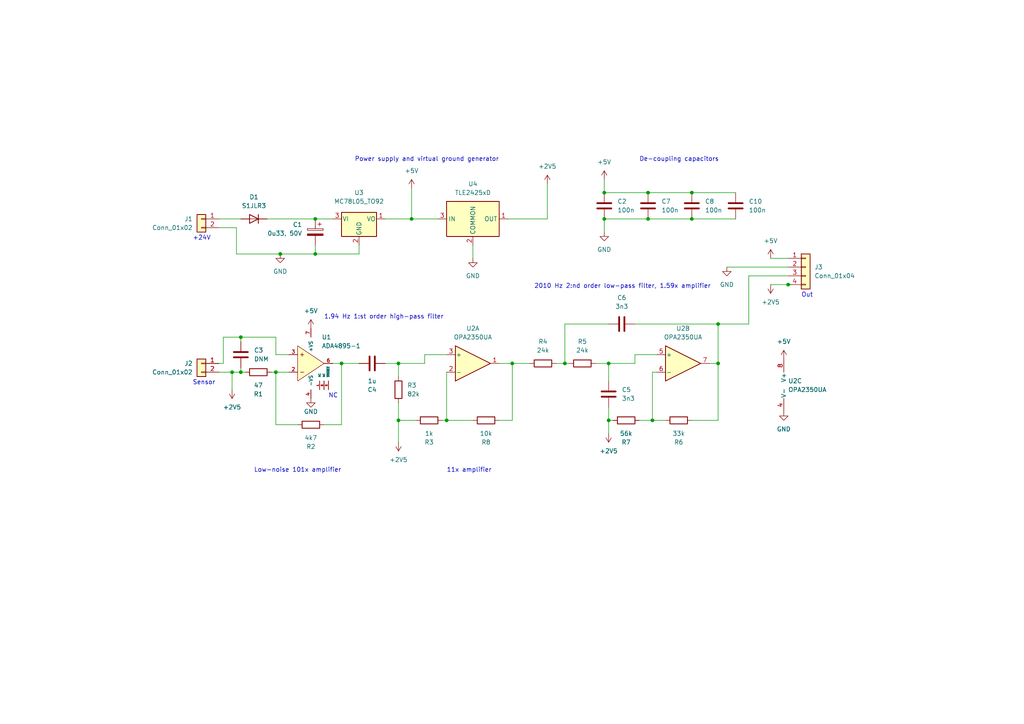
<source format=kicad_sch>
(kicad_sch (version 20211123) (generator eeschema)
  (paper "A4")
  (title_block (title "RMSensor with ADA4895 LNA") (date "2023-01-27") (rev "A") (comment 1 "Lomma Analog & RF Consulting"))
  (lib_symbols
    (symbol "Amplifier_Operational:OPA2356xxD" (pin_names (offset 0.127))
      (property "Reference" "U" (at 0 5.08 0))
      (property "Value" "OPA2356xxD" (at 0 -5.08 0))
      (symbol "OPA2356xxD_1_1"
        (polyline (pts (xy -5.08 5.08) (xy 5.08 0) (xy -5.08 -5.08) (xy -5.08 5.08)) (stroke (width 0.254)) (fill (type background)))
        (pin output line (at 7.62 0 180) (length 2.54) (name "~") (number "1"))
        (pin input line (at -7.62 -2.54 0) (length 2.54) (name "-") (number "2"))
        (pin input line (at -7.62 2.54 0) (length 2.54) (name "+") (number "3"))
      )
      (symbol "OPA2356xxD_2_1"
        (polyline (pts (xy -5.08 5.08) (xy 5.08 0) (xy -5.08 -5.08) (xy -5.08 5.08)) (stroke (width 0.254)) (fill (type background)))
        (pin input line (at -7.62 2.54 0) (length 2.54) (name "+") (number "5"))
        (pin input line (at -7.62 -2.54 0) (length 2.54) (name "-") (number "6"))
        (pin output line (at 7.62 0 180) (length 2.54) (name "~") (number "7"))
      )
      (symbol "OPA2356xxD_3_1"
        (pin power_in line (at -2.54 -7.62 90) (length 3.81) (name "V-") (number "4"))
        (pin power_in line (at -2.54 7.62 270) (length 3.81) (name "V+") (number "8"))
      )
    )
    (symbol "Connector_Generic:Conn_01x02" (pin_names (offset 1.016) hide)
      (property "Reference" "J" (at 0 2.54 0))
      (property "Value" "Conn_01x02" (at 0 -5.08 0))
      (symbol "Conn_01x02_1_1"
        (rectangle (start -1.27 -2.413) (end 0 -2.667) (stroke (width 0.1524)))
        (rectangle (start -1.27 0.127) (end 0 -0.127) (stroke (width 0.1524)))
        (rectangle (start -1.27 1.27) (end 1.27 -3.81) (stroke (width 0.254)) (fill (type background)))
        (pin passive line (at -5.08 0 0) (length 3.81) (name "Pin_1") (number "1"))
        (pin passive line (at -5.08 -2.54 0) (length 3.81) (name "Pin_2") (number "2"))
      )
    )
    (symbol "Connector_Generic:Conn_01x04" (pin_names (offset 1.016) hide)
      (property "Reference" "J" (at 0 5.08 0))
      (property "Value" "Conn_01x04" (at 0 -7.62 0))
      (symbol "Conn_01x04_1_1"
        (rectangle (start -1.27 -4.953) (end 0 -5.207) (stroke (width 0.1524)))
        (rectangle (start -1.27 -2.413) (end 0 -2.667) (stroke (width 0.1524)))
        (rectangle (start -1.27 0.127) (end 0 -0.127) (stroke (width 0.1524)))
        (rectangle (start -1.27 2.667) (end 0 2.413) (stroke (width 0.1524)))
        (rectangle (start -1.27 3.81) (end 1.27 -6.35) (stroke (width 0.254)) (fill (type background)))
        (pin passive line (at -5.08 2.54 0) (length 3.81) (name "Pin_1") (number "1"))
        (pin passive line (at -5.08 0 0) (length 3.81) (name "Pin_2") (number "2"))
        (pin passive line (at -5.08 -2.54 0) (length 3.81) (name "Pin_3") (number "3"))
        (pin passive line (at -5.08 -5.08 0) (length 3.81) (name "Pin_4") (number "4"))
      )
    )
    (symbol "Device:C" (pin_numbers hide) (pin_names (offset 0.254))
      (property "Reference" "C" (at 0.635 2.54 0))
      (property "Value" "C" (at 0.635 -2.54 0))
      (symbol "C_0_1"
        (polyline (pts (xy -2.032 -0.762) (xy 2.032 -0.762)) (stroke (width 0.508)))
        (polyline (pts (xy -2.032 0.762) (xy 2.032 0.762)) (stroke (width 0.508)))
      )
      (symbol "C_1_1"
        (pin passive line (at 0 3.81 270) (length 2.794) (name "~") (number "1"))
        (pin passive line (at 0 -3.81 90) (length 2.794) (name "~") (number "2"))
      )
    )
    (symbol "Device:C_Polarized" (pin_numbers hide) (pin_names (offset 0.254))
      (property "Reference" "C" (at 0.635 2.54 0))
      (property "Value" "C_Polarized" (at 0.635 -2.54 0))
      (symbol "C_Polarized_0_1"
        (rectangle (start -2.286 0.508) (end 2.286 1.016))
        (polyline (pts (xy -1.778 2.286) (xy -0.762 2.286)))
        (polyline (pts (xy -1.27 2.794) (xy -1.27 1.778)))
        (rectangle (start 2.286 -0.508) (end -2.286 -1.016) (fill (type outline)))
      )
      (symbol "C_Polarized_1_1"
        (pin passive line (at 0 3.81 270) (length 2.794) (name "~") (number "1"))
        (pin passive line (at 0 -3.81 90) (length 2.794) (name "~") (number "2"))
      )
    )
    (symbol "Device:R" (pin_numbers hide) (pin_names (offset 0))
      (property "Reference" "R" (at 2.032 0 90))
      (property "Value" "R" (at 0 0 90))
      (symbol "R_0_1"
        (rectangle (start -1.016 -2.54) (end 1.016 2.54) (stroke (width 0.254)))
      )
      (symbol "R_1_1"
        (pin passive line (at 0 3.81 270) (length 1.27) (name "~") (number "1"))
        (pin passive line (at 0 -3.81 90) (length 1.27) (name "~") (number "2"))
      )
    )
    (symbol "Diode:US1J" (pin_numbers hide) (pin_names hide)
      (property "Reference" "D" (at 0 2.54 0))
      (property "Value" "US1J" (at 0 -2.54 0))
      (symbol "US1J_0_1"
        (polyline (pts (xy -1.27 1.27) (xy -1.27 -1.27)) (stroke (width 0.254)))
        (polyline (pts (xy 1.27 0) (xy -1.27 0)))
        (polyline (pts (xy 1.27 1.27) (xy 1.27 -1.27) (xy -1.27 0) (xy 1.27 1.27)) (stroke (width 0.254)))
      )
      (symbol "US1J_1_1"
        (pin passive line (at -3.81 0 0) (length 2.54) (name "K") (number "1"))
        (pin passive line (at 3.81 0 180) (length 2.54) (name "A") (number "2"))
      )
    )
    (symbol "Reference_Voltage:TLE2425xD"
      (property "Reference" "U" (at -8.89 6.35 0))
      (property "Value" "TLE2425xD" (at 10.16 6.35 0))
      (symbol "TLE2425xD_0_1"
        (rectangle (start 7.62 -5.08) (end -7.62 5.08) (stroke (width 0.254)) (fill (type background)))
      )
      (symbol "TLE2425xD_1_1"
        (pin power_out line (at 10.16 0 180) (length 2.54) (name "OUT") (number "1"))
        (pin power_in line (at 0 -7.62 90) (length 2.54) (name "COMMON") (number "2"))
        (pin power_in line (at -10.16 0 0) (length 2.54) (name "IN") (number "3"))
        (pin no_connect line (at -7.62 -2.54 0) (length 2.54) hide (name "NC") (number "4"))
        (pin no_connect line (at -5.08 -5.08 90) (length 2.54) hide (name "NC") (number "5"))
        (pin no_connect line (at 7.62 2.54 180) (length 2.54) hide (name "NC") (number "6"))
        (pin no_connect line (at 7.62 -2.54 180) (length 2.54) hide (name "NC") (number "7"))
        (pin no_connect line (at -7.62 2.54 0) (length 2.54) hide (name "NC") (number "8"))
      )
    )
    (symbol "Regulator_Linear:MC78L05_TO92" (pin_names (offset 0.254))
      (property "Reference" "U" (at -3.81 3.175 0))
      (property "Value" "MC78L05_TO92" (at 0 3.175 0))
      (symbol "MC78L05_TO92_0_1"
        (rectangle (start -5.08 -5.08) (end 5.08 1.905) (stroke (width 0.254)) (fill (type background)))
      )
      (symbol "MC78L05_TO92_1_1"
        (pin power_out line (at 7.62 0 180) (length 2.54) (name "VO") (number "1"))
        (pin power_in line (at 0 -7.62 90) (length 2.54) (name "GND") (number "2"))
        (pin power_in line (at -7.62 0 0) (length 2.54) (name "VI") (number "3"))
      )
    )
    (symbol "eec:ADA4895-1ARZ" (pin_names (offset 1.016))
      (property "Reference" "U1" (at 19.6597 0 0))
      (property "Value" "ADA4895-1" (at 19.6597 -2.54 0))
      (symbol "ADA4895-1ARZ_0_1"
        (polyline (pts (xy 12.7 -2.54) (xy 20.32 -7.62) (xy 12.7 -12.7) (xy 12.7 -2.54)) (fill (type background)))
      )
      (symbol "ADA4895-1ARZ_1_1"
        (polyline (pts (xy -38.1 15.24) (xy -38.1 15.24)))
        (polyline (pts (xy 13.462 -10.16) (xy 14.478 -10.16)))
        (polyline (pts (xy 13.462 -5.08) (xy 14.224 -5.08)))
        (polyline (pts (xy 13.97 -4.572) (xy 13.97 -5.588)))
        (polyline (pts (xy 14.224 -5.08) (xy 14.478 -5.08)))
        (pin passive line (at 19.05 -15.24 90) (length 2.54) (name "NC") (number "1"))
        (pin input line (at 10.16 -10.16 0) (length 2.54) (name "-IN") (number "2"))
        (pin input line (at 10.16 -5.08 0) (length 2.54) (name "+IN") (number "3"))
        (pin power_in line (at 16.51 -17.78 90) (length 2.54) (name "-VS") (number "4"))
        (pin passive line (at 20.32 -15.24 90) (length 2.54) (name "NC") (number "5"))
        (pin output line (at 22.86 -7.62 180) (length 2.54) (name "OUT") (number "6"))
        (pin power_in line (at 16.51 2.54 270) (length 2.54) (name "+VS") (number "7"))
        (pin passive line (at 21.59 -15.24 90) (length 2.54) (name "~{DISABLE}") (number "8"))
      )
    )
    (symbol "power:+2V5" (power) (pin_names (offset 0))
      (property "Value" "+2V5" (at 0 3.556 0))
      (symbol "+2V5_0_1"
        (polyline (pts (xy -0.762 1.27) (xy 0 2.54)))
        (polyline (pts (xy 0 0) (xy 0 2.54)))
        (polyline (pts (xy 0 2.54) (xy 0.762 1.27)))
      )
      (symbol "+2V5_1_1"
        (pin power_in line (at 0 0 90) (length 0) hide (name "+2V5") (number "1"))
      )
    )
    (symbol "power:+5V" (power) (pin_names (offset 0))
      (property "Value" "+5V" (at 0 3.556 0))
      (symbol "+5V_0_1"
        (polyline (pts (xy -0.762 1.27) (xy 0 2.54)))
        (polyline (pts (xy 0 0) (xy 0 2.54)))
        (polyline (pts (xy 0 2.54) (xy 0.762 1.27)))
      )
      (symbol "+5V_1_1"
        (pin power_in line (at 0 0 90) (length 0) hide (name "+5V") (number "1"))
      )
    )
    (symbol "power:GND" (power) (pin_names (offset 0))
      (property "Value" "GND" (at 0 -3.81 0))
      (symbol "GND_0_1"
        (polyline (pts (xy 0 0) (xy 0 -1.27) (xy 1.27 -1.27) (xy 0 -2.54) (xy -1.27 -1.27) (xy 0 -1.27)))
      )
      (symbol "GND_1_1"
        (pin power_in line (at 0 0 270) (length 0) hide (name "GND") (number "1"))
      )
    )
  )
  (junction (at 91.44 73.66))
  (junction (at 163.83 105.41))
  (junction (at 189.23 121.92))
  (junction (at 99.06 105.41))
  (junction (at 200.66 63.5))
  (junction (at 91.44 63.5))
  (junction (at 115.57 105.41))
  (junction (at 176.53 121.92))
  (junction (at 228.6 82.55))
  (junction (at 129.54 121.92))
  (junction (at 69.85 97.79))
  (junction (at 176.53 105.41))
  (junction (at 208.28 93.98))
  (junction (at 115.57 121.92))
  (junction (at 175.26 55.88))
  (junction (at 175.26 63.5))
  (junction (at 148.59 105.41))
  (junction (at 69.85 107.95))
  (junction (at 67.31 107.95))
  (junction (at 81.28 73.66))
  (junction (at 119.38 63.5))
  (junction (at 208.28 105.41))
  (junction (at 200.66 55.88))
  (junction (at 187.96 63.5))
  (junction (at 80.01 107.95))
  (junction (at 187.96 55.88))
  (wire (pts (xy 99.06 105.41) (xy 99.06 123.19)))
  (wire (pts (xy 176.53 121.92) (xy 176.53 125.73)))
  (wire (pts (xy 210.82 77.47) (xy 228.6 77.47)))
  (wire (pts (xy 200.66 63.5) (xy 213.36 63.5)))
  (wire (pts (xy 67.31 107.95) (xy 69.85 107.95)))
  (wire (pts (xy 175.26 55.88) (xy 187.96 55.88)))
  (wire (pts (xy 91.44 73.66) (xy 104.14 73.66)))
  (wire (pts (xy 91.44 63.5) (xy 96.52 63.5)))
  (wire (pts (xy 115.57 116.84) (xy 115.57 121.92)))
  (wire (pts (xy 189.23 107.95) (xy 190.5 107.95)))
  (wire (pts (xy 205.74 105.41) (xy 208.28 105.41)))
  (wire (pts (xy 111.76 63.5) (xy 119.38 63.5)))
  (wire (pts (xy 67.31 113.03) (xy 67.31 107.95)))
  (wire (pts (xy 184.15 93.98) (xy 208.28 93.98)))
  (wire (pts (xy 208.28 93.98) (xy 208.28 105.41)))
  (wire (pts (xy 175.26 63.5) (xy 175.26 67.31)))
  (wire (pts (xy 69.85 99.06) (xy 69.85 97.79)))
  (wire (pts (xy 115.57 105.41) (xy 115.57 109.22)))
  (wire (pts (xy 128.27 121.92) (xy 129.54 121.92)))
  (wire (pts (xy 176.53 105.41) (xy 176.53 110.49)))
  (wire (pts (xy 119.38 63.5) (xy 127 63.5)))
  (wire (pts (xy 228.6 82.55) (xy 229.87 82.55)))
  (wire (pts (xy 223.52 74.93) (xy 228.6 74.93)))
  (wire (pts (xy 80.01 97.79) (xy 80.01 102.87)))
  (wire (pts (xy 93.98 123.19) (xy 99.06 123.19)))
  (wire (pts (xy 163.83 105.41) (xy 163.83 93.98)))
  (wire (pts (xy 80.01 107.95) (xy 83.82 107.95)))
  (wire (pts (xy 185.42 121.92) (xy 189.23 121.92)))
  (wire (pts (xy 217.17 80.01) (xy 228.6 80.01)))
  (wire (pts (xy 80.01 123.19) (xy 86.36 123.19)))
  (wire (pts (xy 115.57 121.92) (xy 120.65 121.92)))
  (wire (pts (xy 69.85 97.79) (xy 80.01 97.79)))
  (wire (pts (xy 77.47 63.5) (xy 91.44 63.5)))
  (wire (pts (xy 69.85 106.68) (xy 69.85 107.95)))
  (wire (pts (xy 123.19 102.87) (xy 123.19 105.41)))
  (wire (pts (xy 189.23 107.95) (xy 189.23 121.92)))
  (wire (pts (xy 68.58 73.66) (xy 68.58 66.04)))
  (wire (pts (xy 158.75 53.34) (xy 158.75 63.5)))
  (wire (pts (xy 137.16 71.12) (xy 137.16 74.93)))
  (wire (pts (xy 176.53 105.41) (xy 184.15 105.41)))
  (wire (pts (xy 115.57 121.92) (xy 115.57 128.27)))
  (wire (pts (xy 104.14 105.41) (xy 99.06 105.41)))
  (wire (pts (xy 80.01 102.87) (xy 83.82 102.87)))
  (wire (pts (xy 172.72 105.41) (xy 176.53 105.41)))
  (wire (pts (xy 184.15 102.87) (xy 190.5 102.87)))
  (wire (pts (xy 223.52 82.55) (xy 228.6 82.55)))
  (wire (pts (xy 189.23 121.92) (xy 193.04 121.92)))
  (wire (pts (xy 175.26 63.5) (xy 187.96 63.5)))
  (wire (pts (xy 184.15 105.41) (xy 184.15 102.87)))
  (wire (pts (xy 69.85 107.95) (xy 71.12 107.95)))
  (wire (pts (xy 208.28 93.98) (xy 217.17 93.98)))
  (wire (pts (xy 80.01 107.95) (xy 80.01 123.19)))
  (wire (pts (xy 63.5 107.95) (xy 67.31 107.95)))
  (wire (pts (xy 104.14 71.12) (xy 104.14 73.66)))
  (wire (pts (xy 161.29 105.41) (xy 163.83 105.41)))
  (wire (pts (xy 177.8 121.92) (xy 176.53 121.92)))
  (wire (pts (xy 200.66 55.88) (xy 213.36 55.88)))
  (wire (pts (xy 96.52 105.41) (xy 99.06 105.41)))
  (wire (pts (xy 91.44 73.66) (xy 81.28 73.66)))
  (wire (pts (xy 119.38 54.61) (xy 119.38 63.5)))
  (wire (pts (xy 163.83 105.41) (xy 165.1 105.41)))
  (wire (pts (xy 63.5 63.5) (xy 69.85 63.5)))
  (wire (pts (xy 129.54 121.92) (xy 137.16 121.92)))
  (wire (pts (xy 115.57 105.41) (xy 123.19 105.41)))
  (wire (pts (xy 208.28 121.92) (xy 200.66 121.92)))
  (wire (pts (xy 187.96 55.88) (xy 200.66 55.88)))
  (wire (pts (xy 64.77 97.79) (xy 64.77 105.41)))
  (wire (pts (xy 81.28 73.66) (xy 68.58 73.66)))
  (wire (pts (xy 187.96 63.5) (xy 200.66 63.5)))
  (wire (pts (xy 69.85 97.79) (xy 64.77 97.79)))
  (wire (pts (xy 111.76 105.41) (xy 115.57 105.41)))
  (wire (pts (xy 175.26 52.07) (xy 175.26 55.88)))
  (wire (pts (xy 68.58 66.04) (xy 63.5 66.04)))
  (wire (pts (xy 144.78 105.41) (xy 148.59 105.41)))
  (wire (pts (xy 158.75 63.5) (xy 147.32 63.5)))
  (wire (pts (xy 208.28 105.41) (xy 208.28 121.92)))
  (wire (pts (xy 91.44 73.66) (xy 91.44 71.12)))
  (wire (pts (xy 148.59 105.41) (xy 148.59 121.92)))
  (wire (pts (xy 148.59 105.41) (xy 153.67 105.41)))
  (wire (pts (xy 129.54 102.87) (xy 123.19 102.87)))
  (wire (pts (xy 78.74 107.95) (xy 80.01 107.95)))
  (wire (pts (xy 163.83 93.98) (xy 176.53 93.98)))
  (wire (pts (xy 63.5 105.41) (xy 64.77 105.41)))
  (wire (pts (xy 176.53 118.11) (xy 176.53 121.92)))
  (wire (pts (xy 217.17 93.98) (xy 217.17 80.01)))
  (wire (pts (xy 129.54 107.95) (xy 129.54 121.92)))
  (wire (pts (xy 148.59 121.92) (xy 144.78 121.92)))
  (text "1.94 Hz 1:st order high-pass filter" (at 93.98 92.71 0) (effects (font (size 1.27 1.27)) (justify left bottom)))
  (text "+24V" (at 55.88 69.85 0) (effects (font (size 1.27 1.27)) (justify left bottom)))
  (text "11x amplifier" (at 129.54 137.16 0) (effects (font (size 1.27 1.27)) (justify left bottom)))
  (text "NC" (at 95.25 115.57 0) (effects (font (size 1.27 1.27)) (justify left bottom)))
  (text "Low-noise 101x amplifier " (at 73.66 137.16 0) (effects (font (size 1.27 1.27)) (justify left bottom)))
  (text "Power supply and virtual ground generator" (at 102.87 46.99 0) (effects (font (size 1.27 1.27)) (justify left bottom)))
  (text "De-coupling capacitors" (at 185.42 46.99 0) (effects (font (size 1.27 1.27)) (justify left bottom)))
  (text "Out" (at 232.41 86.36 0) (effects (font (size 1.27 1.27)) (justify left bottom)))
  (text "2010 Hz 2:nd order low-pass filter, 1.59x amplifier" (at 154.94 83.82 0) (effects (font (size 1.27 1.27)) (justify left bottom)))
  (text "Sensor" (at 55.88 111.76 0) (effects (font (size 1.27 1.27)) (justify left bottom)))
  (symbol (lib_id "Connector_Generic:Conn_01x02") (at 58.42 63.5 0) (mirror y) (unit 1)
    (property "Reference" "J1" (at 55.88 63.4999 0) (effects (justify left)))
    (property "Value" "Conn_01x02" (at 55.88 66.0399 0) (effects (justify left)))
  )
  (symbol (lib_id "Device:R") (at 90.17 123.19 270) (unit 1)
    (property "Reference" "R2" (at 90.17 129.54 90))
    (property "Value" "4k7" (at 90.17 127 90))
  )
  (symbol (lib_id "Device:C_Polarized") (at 91.44 67.31 0) (mirror y) (unit 1)
    (property "Reference" "C1" (at 87.63 65.1509 0) (effects (justify left)))
    (property "Value" "0u33, 50V" (at 87.63 67.6909 0) (effects (justify left)))
  )
  (symbol (lib_id "Device:C") (at 107.95 105.41 270) (mirror x) (unit 1)
    (property "Reference" "C4" (at 107.95 113.03 90))
    (property "Value" "1u" (at 107.95 110.49 90))
  )
  (symbol (lib_id "Amplifier_Operational:OPA2356xxD") (at 137.16 105.41 0) (unit 1)
    (property "Reference" "U2" (at 137.16 95.25 0))
    (property "Value" "OPA2350UA" (at 137.16 97.79 0))
    (property "Datasheet" "http://www.ti.com/lit/ds/symlink/opa2356.pdf" (effects hide))
  )
  (symbol (lib_id "Diode:US1J") (at 73.66 63.5 0) (mirror y) (unit 1)
    (property "Reference" "D1" (at 73.66 57.15 0))
    (property "Value" "S1JLR3" (at 73.66 59.69 0))
    (property "Footprint" "Diode_SMD:D_SMA" (effects hide))
    (property "Datasheet" "https://www.diodes.com/assets/Datasheets/ds16008.pdf" (effects hide))
  )
  (symbol (lib_id "Device:R") (at 115.57 113.03 0) (unit 1)
    (property "Reference" "R3" (at 118.11 111.7599 0) (effects (justify left)))
    (property "Value" "82k" (at 118.11 114.2999 0) (effects (justify left)))
  )
  (symbol (lib_id "power:GND") (at 137.16 74.93 0) (unit 1)
    (property "Reference" "#PWR?" (effects hide))
    (property "Value" "GND" (at 137.16 80.01 0))
  )
  (symbol (lib_id "power:GND") (at 227.33 119.38 0) (unit 1)
    (property "Reference" "#PWR?" (effects hide))
    (property "Value" "GND" (at 227.33 124.46 0))
  )
  (symbol (lib_id "Device:R") (at 181.61 121.92 90) (unit 1)
    (property "Reference" "R7" (at 181.61 128.27 90))
    (property "Value" "56k" (at 181.61 125.73 90))
  )
  (symbol (lib_id "Device:C") (at 69.85 102.87 0) (unit 1)
    (property "Reference" "C3" (at 73.66 101.5999 0) (effects (justify left)))
    (property "Value" "DNM" (at 73.66 104.1399 0) (effects (justify left)))
  )
  (symbol (lib_id "Connector_Generic:Conn_01x04") (at 233.68 77.47 0) (unit 1)
    (property "Reference" "J3" (at 236.22 77.4699 0) (effects (justify left)))
    (property "Value" "Conn_01x04" (at 236.22 80.0099 0) (effects (justify left)))
  )
  (symbol (lib_id "Device:R") (at 196.85 121.92 90) (unit 1)
    (property "Reference" "R6" (at 196.85 128.27 90))
    (property "Value" "33k" (at 196.85 125.73 90))
  )
  (symbol (lib_id "power:+2V5") (at 158.75 53.34 0) (unit 1)
    (property "Reference" "#PWR?" (effects hide))
    (property "Value" "+2V5" (at 158.75 48.26 0))
  )
  (symbol (lib_id "Device:C") (at 213.36 59.69 0) (mirror y) (unit 1)
    (property "Reference" "C10" (at 217.17 58.4199 0) (effects (justify right)))
    (property "Value" "100n" (at 217.17 60.9599 0) (effects (justify right)))
  )
  (symbol (lib_id "Device:R") (at 168.91 105.41 270) (unit 1)
    (property "Reference" "R5" (at 168.91 99.06 90))
    (property "Value" "24k" (at 168.91 101.6 90))
  )
  (symbol (lib_id "power:GND") (at 90.17 115.57 0) (unit 1)
    (property "Reference" "#PWR?" (effects hide))
    (property "Value" "GND" (at 90.17 119.38 0))
  )
  (symbol (lib_id "Device:C") (at 176.53 114.3 0) (mirror y) (unit 1)
    (property "Reference" "C5" (at 180.34 113.0299 0) (effects (justify right)))
    (property "Value" "3n3" (at 180.34 115.5699 0) (effects (justify right)))
  )
  (symbol (lib_id "power:+2V5") (at 223.52 82.55 0) (mirror x) (unit 1)
    (property "Reference" "#PWR?" (effects hide))
    (property "Value" "+2V5" (at 223.52 87.63 0))
  )
  (symbol (lib_id "Device:R") (at 74.93 107.95 90) (unit 1)
    (property "Reference" "R1" (at 74.93 114.3 90))
    (property "Value" "47" (at 74.93 111.76 90))
  )
  (symbol (lib_id "power:+5V") (at 223.52 74.93 0) (unit 1)
    (property "Reference" "#PWR?" (effects hide))
    (property "Value" "+5V" (at 223.52 69.85 0))
  )
  (symbol (lib_id "power:+2V5") (at 67.31 113.03 0) (mirror x) (unit 1)
    (property "Reference" "#PWR?" (effects hide))
    (property "Value" "+2V5" (at 67.31 118.11 0))
  )
  (symbol (lib_id "power:+5V") (at 175.26 52.07 0) (unit 1)
    (property "Reference" "#PWR?" (effects hide))
    (property "Value" "+5V" (at 175.26 46.99 0))
  )
  (symbol (lib_id "Connector_Generic:Conn_01x02") (at 58.42 105.41 0) (mirror y) (unit 1)
    (property "Reference" "J2" (at 55.88 105.4099 0) (effects (justify left)))
    (property "Value" "Conn_01x02" (at 55.88 107.9499 0) (effects (justify left)))
  )
  (symbol (lib_id "power:GND") (at 81.28 73.66 0) (unit 1)
    (property "Reference" "#PWR?" (effects hide))
    (property "Value" "GND" (at 81.28 78.74 0))
  )
  (symbol (lib_id "power:+5V") (at 227.33 104.14 0) (unit 1)
    (property "Reference" "#PWR?" (effects hide))
    (property "Value" "+5V" (at 227.33 99.06 0))
  )
  (symbol (lib_id "power:GND") (at 175.26 67.31 0) (unit 1)
    (property "Reference" "#PWR?" (effects hide))
    (property "Value" "GND" (at 175.26 72.39 0))
  )
  (symbol (lib_id "Device:R") (at 140.97 121.92 90) (unit 1)
    (property "Reference" "R8" (at 140.97 128.27 90))
    (property "Value" "10k" (at 140.97 125.73 90))
  )
  (symbol (lib_id "power:GND") (at 210.82 77.47 0) (unit 1)
    (property "Reference" "#PWR?" (effects hide))
    (property "Value" "GND" (at 210.82 82.55 0))
  )
  (symbol (lib_id "power:+5V") (at 90.17 95.25 0) (unit 1)
    (property "Reference" "#PWR?" (effects hide))
    (property "Value" "+5V" (at 90.17 90.17 0))
  )
  (symbol (lib_id "power:+5V") (at 119.38 54.61 0) (unit 1)
    (property "Reference" "#PWR?" (effects hide))
    (property "Value" "+5V" (at 119.38 49.53 0))
  )
  (symbol (lib_id "power:+2V5") (at 115.57 128.27 0) (mirror x) (unit 1)
    (property "Reference" "#PWR?" (effects hide))
    (property "Value" "+2V5" (at 115.57 133.35 0))
  )
  (symbol (lib_id "Device:R") (at 157.48 105.41 270) (unit 1)
    (property "Reference" "R4" (at 157.48 99.06 90))
    (property "Value" "24k" (at 157.48 101.6 90))
  )
  (symbol (lib_id "Device:C") (at 180.34 93.98 270) (unit 1)
    (property "Reference" "C6" (at 180.34 86.36 90))
    (property "Value" "3n3" (at 180.34 88.9 90))
  )
  (symbol (lib_id "Device:C") (at 175.26 59.69 0) (mirror y) (unit 1)
    (property "Reference" "C2" (at 179.07 58.4199 0) (effects (justify right)))
    (property "Value" "100n" (at 179.07 60.9599 0) (effects (justify right)))
  )
  (symbol (lib_id "Reference_Voltage:TLE2425xD") (at 137.16 63.5 0) (unit 1)
    (property "Reference" "U4" (at 137.16 53.34 0))
    (property "Value" "TLE2425xD" (at 137.16 55.88 0))
    (property "Footprint" "Package_SO:SOIC-8_3.9x4.9mm_P1.27mm" (effects hide))
    (property "Datasheet" "http://www.ti.com/lit/ds/symlink/tle2425.pdf" (effects hide))
  )
  (symbol (lib_id "Device:R") (at 124.46 121.92 90) (mirror x) (unit 1)
    (property "Reference" "R3" (at 124.46 128.27 90))
    (property "Value" "1k" (at 124.46 125.73 90))
  )
  (symbol (lib_id "Device:C") (at 200.66 59.69 0) (mirror y) (unit 1)
    (property "Reference" "C8" (at 204.47 58.4199 0) (effects (justify right)))
    (property "Value" "100n" (at 204.47 60.9599 0) (effects (justify right)))
  )
  (symbol (lib_id "Regulator_Linear:MC78L05_TO92") (at 104.14 63.5 0) (unit 1)
    (property "Reference" "U3" (at 104.14 55.88 0))
    (property "Value" "MC78L05_TO92" (at 104.14 58.42 0))
    (property "Footprint" "Package_TO_SOT_THT:TO-92_Inline" (effects hide))
    (property "Datasheet" "https://www.onsemi.com/pub/Collateral/MC78L00A-D.PDF" (effects hide))
  )
  (symbol (lib_id "power:+2V5") (at 176.53 125.73 0) (mirror x) (unit 1)
    (property "Reference" "#PWR?" (effects hide))
    (property "Value" "+2V5" (at 176.53 130.81 0))
  )
  (symbol (lib_id "Amplifier_Operational:OPA2356xxD") (at 198.12 105.41 0) (unit 2)
    (property "Reference" "U2" (at 198.12 95.25 0))
    (property "Value" "OPA2350UA" (at 198.12 97.79 0))
    (property "Datasheet" "http://www.ti.com/lit/ds/symlink/opa2356.pdf" (effects hide))
  )
  (symbol (lib_id "Device:C") (at 187.96 59.69 0) (mirror y) (unit 1)
    (property "Reference" "C7" (at 191.8432 58.4199 0) (effects (justify right)))
    (property "Value" "100n" (at 191.8432 60.9599 0) (effects (justify right)))
  )
  (symbol (lib_id "eec:ADA4895-1ARZ") (at 73.66 97.79 0) (unit 1)
    (property "Reference" "U1" (at 93.3197 97.79 0) (effects (justify left)))
    (property "Value" "ADA4895-1" (at 93.3197 100.33 0) (effects (justify left)))
    (property "Footprint" "Analog_Devices-R-8-01_2007-A-*" (effects hide))
    (property "Datasheet" "https://www.analog.com/media/en/technical-documentation/data-sheets/ADA4895-1_4895-2.pdf" (effects hide))
    (property "automotive" "No" (effects hide))
    (property "bandwidth" "236MHz" (effects hide))
    (property "category" "IC" (effects hide))
    (property "device class L1" "Integrated Circuits (ICs)" (effects hide))
    (property "device class L2" "Linear ICs" (effects hide))
    (property "device class L3" "Amplifiers - Op Amps" (effects hide))
    (property "digikey description" "IC OPAMP GP 1 CIRCUIT 8SOIC" (effects hide))
    (property "digikey part number" "ADA4895-1ARZ-ND" (effects hide))
    (property "footprint url" "https://www.analog.com/media/en/package-pcb-resources/package/pkg_pdf/soic_narrow-r/r_8.pdf" (effects hide))
    (property "height" "1.75mm" (effects hide))
    (property "input bias current" "-11uA" (effects hide))
    (property "input offset voltage" "0.053mV" (effects hide))
    (property "lead free" "Yes" (effects hide))
    (property "library id" "0bdd839ef5a411be" (effects hide))
    (property "manufacturer" "Analog Devices" (effects hide))
    (property "max dual supply voltage" "5V" (effects hide))
    (property "max junction temp" "+150°C" (effects hide))
    (property "max supply voltage" "10V" (effects hide))
    (property "min dual supply voltage" "1.5V" (effects hide))
    (property "min supply voltage" "3V" (effects hide))
    (property "mouser description" "Operational Amplifier, Single, 236 MHz, 1, 943 V/ s, 3V to 10V, NSOIC, 8" (effects hide))
    (property "mouser part number" "584-ADA4895-1ARZ" (effects hide))
    (property "nominal supply current" "0.1-3mA" (effects hide))
    (property "number of channels" "1" (effects hide))
    (property "output current per channel" "116mA" (effects hide))
    (property "package" "SOIC8" (effects hide))
    (property "response time" "22ns" (effects hide))
    (property "rohs" "Yes" (effects hide))
    (property "standoff height" "0.1mm" (effects hide))
    (property "temperature range high" "+125°C" (effects hide))
    (property "temperature range low" "-40°C" (effects hide))
    (property "voltage gain" "110dB" (effects hide))
  )
  (symbol (lib_id "Amplifier_Operational:OPA2356xxD") (at 229.87 111.76 0) (unit 3)
    (property "Reference" "U2" (at 228.6 110.4899 0) (effects (justify left)))
    (property "Value" "OPA2350UA" (at 228.6 113.0299 0) (effects (justify left)))
    (property "Datasheet" "http://www.ti.com/lit/ds/symlink/opa2356.pdf" (effects hide))
  )
)
</source>
